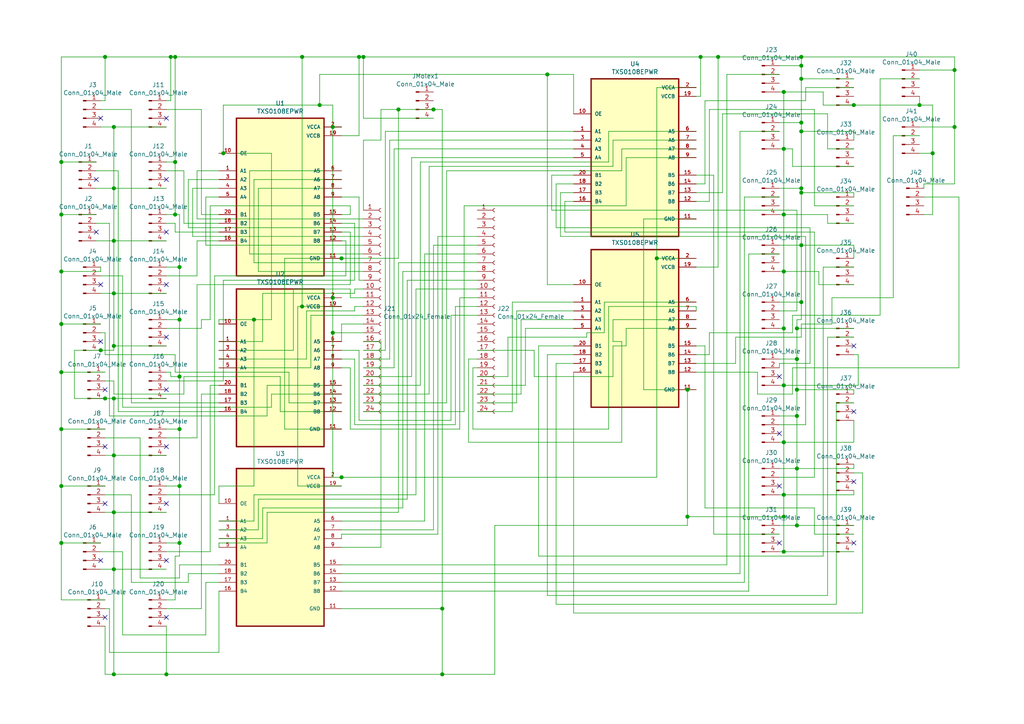
<source format=kicad_sch>
(kicad_sch (version 20210406) (generator eeschema)
  (paper "A4")
  (junction (at 17.78 46.99) (diameter 1.016))
  (junction (at 17.78 62.23) (diameter 1.016))
  (junction (at 17.78 78.74) (diameter 1.016))
  (junction (at 17.78 93.98) (diameter 1.016))
  (junction (at 17.78 107.95) (diameter 1.016))
  (junction (at 17.78 124.46) (diameter 1.016))
  (junction (at 17.78 140.97) (diameter 1.016))
  (junction (at 17.78 157.48) (diameter 1.016))
  (junction (at 29.21 101.6) (diameter 1.016))
  (junction (at 30.48 16.51) (diameter 1.016))
  (junction (at 30.48 115.57) (diameter 1.016))
  (junction (at 33.02 36.83) (diameter 1.016))
  (junction (at 33.02 54.61) (diameter 1.016))
  (junction (at 33.02 69.85) (diameter 1.016))
  (junction (at 33.02 85.09) (diameter 1.016))
  (junction (at 33.02 100.33) (diameter 1.016))
  (junction (at 33.02 115.57) (diameter 1.016))
  (junction (at 33.02 132.08) (diameter 1.016))
  (junction (at 33.02 148.59) (diameter 1.016))
  (junction (at 33.02 165.1) (diameter 1.016))
  (junction (at 33.02 195.58) (diameter 1.016))
  (junction (at 48.26 195.58) (diameter 1.016))
  (junction (at 49.53 16.51) (diameter 1.016))
  (junction (at 50.8 16.51) (diameter 1.016))
  (junction (at 50.8 46.99) (diameter 1.016))
  (junction (at 50.8 62.23) (diameter 1.016))
  (junction (at 52.07 77.47) (diameter 1.016))
  (junction (at 52.07 92.71) (diameter 1.016))
  (junction (at 52.07 109.22) (diameter 1.016))
  (junction (at 52.07 124.46) (diameter 1.016))
  (junction (at 52.07 140.97) (diameter 1.016))
  (junction (at 52.07 157.48) (diameter 1.016))
  (junction (at 64.77 44.45) (diameter 1.016))
  (junction (at 73.66 92.71) (diameter 1.016))
  (junction (at 87.63 16.51) (diameter 1.016))
  (junction (at 87.63 88.9) (diameter 1.016))
  (junction (at 92.71 30.48) (diameter 1.016))
  (junction (at 96.52 36.83) (diameter 1.016))
  (junction (at 96.52 86.36) (diameter 1.016))
  (junction (at 96.52 96.52) (diameter 1.016))
  (junction (at 99.06 74.93) (diameter 1.016))
  (junction (at 99.06 138.43) (diameter 1.016))
  (junction (at 104.14 16.51) (diameter 1.016))
  (junction (at 105.41 16.51) (diameter 1.016))
  (junction (at 115.57 31.75) (diameter 1.016))
  (junction (at 125.73 31.75) (diameter 1.016))
  (junction (at 128.27 176.53) (diameter 1.016))
  (junction (at 128.27 195.58) (diameter 1.016))
  (junction (at 158.75 21.59) (diameter 1.016))
  (junction (at 190.5 74.93) (diameter 1.016))
  (junction (at 199.39 113.03) (diameter 1.016))
  (junction (at 199.39 149.86) (diameter 1.016))
  (junction (at 203.2 16.51) (diameter 1.016))
  (junction (at 208.28 16.51) (diameter 1.016))
  (junction (at 227.33 26.67) (diameter 1.016))
  (junction (at 227.33 43.18) (diameter 1.016))
  (junction (at 227.33 62.23) (diameter 1.016))
  (junction (at 227.33 78.74) (diameter 1.016))
  (junction (at 227.33 95.25) (diameter 1.016))
  (junction (at 227.33 111.76) (diameter 1.016))
  (junction (at 227.33 128.27) (diameter 1.016))
  (junction (at 227.33 143.51) (diameter 1.016))
  (junction (at 227.33 149.86) (diameter 1.016))
  (junction (at 227.33 160.02) (diameter 1.016))
  (junction (at 231.14 95.25) (diameter 1.016))
  (junction (at 231.14 104.14) (diameter 1.016))
  (junction (at 231.14 113.03) (diameter 1.016))
  (junction (at 231.14 120.65) (diameter 1.016))
  (junction (at 231.14 135.89) (diameter 1.016))
  (junction (at 231.14 152.4) (diameter 1.016))
  (junction (at 232.41 16.51) (diameter 1.016))
  (junction (at 232.41 19.05) (diameter 1.016))
  (junction (at 232.41 22.86) (diameter 1.016))
  (junction (at 232.41 35.56) (diameter 1.016))
  (junction (at 232.41 38.1) (diameter 1.016))
  (junction (at 232.41 54.61) (diameter 1.016))
  (junction (at 232.41 55.88) (diameter 1.016))
  (junction (at 232.41 71.12) (diameter 1.016))
  (junction (at 232.41 87.63) (diameter 1.016))
  (junction (at 247.65 30.48) (diameter 1.016))
  (junction (at 266.7 30.48) (diameter 1.016))
  (junction (at 270.51 44.45) (diameter 1.016))
  (junction (at 276.86 20.32) (diameter 1.016))
  (junction (at 276.86 36.83) (diameter 1.016))
  (no_connect (at 27.94 52.07))
  (no_connect (at 27.94 67.31))
  (no_connect (at 29.21 34.29))
  (no_connect (at 29.21 82.55))
  (no_connect (at 29.21 99.06))
  (no_connect (at 29.21 162.56))
  (no_connect (at 30.48 113.03))
  (no_connect (at 30.48 129.54))
  (no_connect (at 30.48 146.05))
  (no_connect (at 30.48 179.07))
  (no_connect (at 48.26 34.29))
  (no_connect (at 48.26 52.07))
  (no_connect (at 48.26 67.31))
  (no_connect (at 48.26 82.55))
  (no_connect (at 48.26 97.79))
  (no_connect (at 48.26 113.03))
  (no_connect (at 48.26 129.54))
  (no_connect (at 48.26 146.05))
  (no_connect (at 48.26 162.56))
  (no_connect (at 48.26 179.07))
  (no_connect (at 226.06 109.22))
  (no_connect (at 226.06 125.73))
  (no_connect (at 226.06 140.97))
  (no_connect (at 226.06 157.48))
  (no_connect (at 247.65 100.33))
  (no_connect (at 247.65 119.38))
  (no_connect (at 247.65 139.7))
  (no_connect (at 247.65 157.48))
  (wire (pts (xy 17.78 16.51) (xy 17.78 46.99)))
  (wire (pts (xy 17.78 46.99) (xy 17.78 62.23)))
  (wire (pts (xy 17.78 46.99) (xy 27.94 46.99)))
  (wire (pts (xy 17.78 62.23) (xy 17.78 78.74)))
  (wire (pts (xy 17.78 62.23) (xy 27.94 62.23)))
  (wire (pts (xy 17.78 78.74) (xy 17.78 93.98)))
  (wire (pts (xy 17.78 78.74) (xy 29.21 78.74)))
  (wire (pts (xy 17.78 93.98) (xy 17.78 107.95)))
  (wire (pts (xy 17.78 93.98) (xy 29.21 93.98)))
  (wire (pts (xy 17.78 107.95) (xy 17.78 124.46)))
  (wire (pts (xy 17.78 107.95) (xy 30.48 107.95)))
  (wire (pts (xy 17.78 124.46) (xy 17.78 140.97)))
  (wire (pts (xy 17.78 124.46) (xy 30.48 124.46)))
  (wire (pts (xy 17.78 140.97) (xy 17.78 157.48)))
  (wire (pts (xy 17.78 140.97) (xy 30.48 140.97)))
  (wire (pts (xy 17.78 157.48) (xy 17.78 173.99)))
  (wire (pts (xy 17.78 157.48) (xy 29.21 157.48)))
  (wire (pts (xy 17.78 173.99) (xy 30.48 173.99)))
  (wire (pts (xy 21.59 101.6) (xy 29.21 101.6)))
  (wire (pts (xy 21.59 115.57) (xy 21.59 101.6)))
  (wire (pts (xy 29.21 78.74) (xy 29.21 77.47)))
  (wire (pts (xy 29.21 101.6) (xy 33.02 101.6)))
  (wire (pts (xy 30.48 16.51) (xy 17.78 16.51)))
  (wire (pts (xy 30.48 16.51) (xy 30.48 29.21)))
  (wire (pts (xy 30.48 29.21) (xy 29.21 29.21)))
  (wire (pts (xy 30.48 96.52) (xy 29.21 96.52)))
  (wire (pts (xy 30.48 102.87) (xy 30.48 96.52)))
  (wire (pts (xy 30.48 115.57) (xy 21.59 115.57)))
  (wire (pts (xy 30.48 195.58) (xy 30.48 181.61)))
  (wire (pts (xy 31.75 64.77) (xy 27.94 64.77)))
  (wire (pts (xy 31.75 120.65) (xy 31.75 64.77)))
  (wire (pts (xy 31.75 176.53) (xy 30.48 176.53)))
  (wire (pts (xy 31.75 189.23) (xy 31.75 176.53)))
  (wire (pts (xy 33.02 36.83) (xy 29.21 36.83)))
  (wire (pts (xy 33.02 36.83) (xy 48.26 36.83)))
  (wire (pts (xy 33.02 54.61) (xy 27.94 54.61)))
  (wire (pts (xy 33.02 54.61) (xy 33.02 36.83)))
  (wire (pts (xy 33.02 69.85) (xy 27.94 69.85)))
  (wire (pts (xy 33.02 69.85) (xy 33.02 54.61)))
  (wire (pts (xy 33.02 85.09) (xy 29.21 85.09)))
  (wire (pts (xy 33.02 85.09) (xy 33.02 69.85)))
  (wire (pts (xy 33.02 100.33) (xy 33.02 85.09)))
  (wire (pts (xy 33.02 101.6) (xy 33.02 100.33)))
  (wire (pts (xy 33.02 110.49) (xy 30.48 110.49)))
  (wire (pts (xy 33.02 114.3) (xy 33.02 110.49)))
  (wire (pts (xy 33.02 115.57) (xy 30.48 115.57)))
  (wire (pts (xy 33.02 132.08) (xy 30.48 132.08)))
  (wire (pts (xy 33.02 132.08) (xy 33.02 115.57)))
  (wire (pts (xy 33.02 148.59) (xy 30.48 148.59)))
  (wire (pts (xy 33.02 148.59) (xy 33.02 132.08)))
  (wire (pts (xy 33.02 165.1) (xy 29.21 165.1)))
  (wire (pts (xy 33.02 165.1) (xy 33.02 148.59)))
  (wire (pts (xy 33.02 195.58) (xy 30.48 195.58)))
  (wire (pts (xy 33.02 195.58) (xy 33.02 165.1)))
  (wire (pts (xy 34.29 49.53) (xy 27.94 49.53)))
  (wire (pts (xy 34.29 119.38) (xy 34.29 49.53)))
  (wire (pts (xy 35.56 80.01) (xy 29.21 80.01)))
  (wire (pts (xy 35.56 118.11) (xy 35.56 80.01)))
  (wire (pts (xy 35.56 160.02) (xy 29.21 160.02)))
  (wire (pts (xy 35.56 184.15) (xy 35.56 160.02)))
  (wire (pts (xy 38.1 31.75) (xy 29.21 31.75)))
  (wire (pts (xy 38.1 116.84) (xy 38.1 31.75)))
  (wire (pts (xy 38.1 143.51) (xy 30.48 143.51)))
  (wire (pts (xy 38.1 168.91) (xy 38.1 143.51)))
  (wire (pts (xy 40.64 127) (xy 30.48 127)))
  (wire (pts (xy 40.64 167.64) (xy 40.64 127)))
  (wire (pts (xy 48.26 54.61) (xy 33.02 54.61)))
  (wire (pts (xy 48.26 69.85) (xy 33.02 69.85)))
  (wire (pts (xy 48.26 85.09) (xy 33.02 85.09)))
  (wire (pts (xy 48.26 100.33) (xy 33.02 100.33)))
  (wire (pts (xy 48.26 115.57) (xy 33.02 115.57)))
  (wire (pts (xy 48.26 132.08) (xy 33.02 132.08)))
  (wire (pts (xy 48.26 148.59) (xy 33.02 148.59)))
  (wire (pts (xy 48.26 165.1) (xy 33.02 165.1)))
  (wire (pts (xy 48.26 195.58) (xy 33.02 195.58)))
  (wire (pts (xy 48.26 195.58) (xy 48.26 181.61)))
  (wire (pts (xy 49.53 16.51) (xy 30.48 16.51)))
  (wire (pts (xy 49.53 16.51) (xy 49.53 29.21)))
  (wire (pts (xy 49.53 16.51) (xy 50.8 16.51)))
  (wire (pts (xy 49.53 29.21) (xy 48.26 29.21)))
  (wire (pts (xy 49.53 107.95) (xy 48.26 107.95)))
  (wire (pts (xy 49.53 109.22) (xy 49.53 107.95)))
  (wire (pts (xy 50.8 16.51) (xy 50.8 46.99)))
  (wire (pts (xy 50.8 16.51) (xy 87.63 16.51)))
  (wire (pts (xy 50.8 46.99) (xy 48.26 46.99)))
  (wire (pts (xy 50.8 46.99) (xy 50.8 62.23)))
  (wire (pts (xy 50.8 62.23) (xy 48.26 62.23)))
  (wire (pts (xy 50.8 62.23) (xy 52.07 62.23)))
  (wire (pts (xy 50.8 64.77) (xy 48.26 64.77)))
  (wire (pts (xy 50.8 67.31) (xy 50.8 64.77)))
  (wire (pts (xy 50.8 102.87) (xy 30.48 102.87)))
  (wire (pts (xy 50.8 107.95) (xy 50.8 102.87)))
  (wire (pts (xy 50.8 161.29) (xy 50.8 173.99)))
  (wire (pts (xy 50.8 173.99) (xy 48.26 173.99)))
  (wire (pts (xy 52.07 62.23) (xy 52.07 77.47)))
  (wire (pts (xy 52.07 77.47) (xy 48.26 77.47)))
  (wire (pts (xy 52.07 77.47) (xy 52.07 92.71)))
  (wire (pts (xy 52.07 92.71) (xy 48.26 92.71)))
  (wire (pts (xy 52.07 92.71) (xy 52.07 109.22)))
  (wire (pts (xy 52.07 109.22) (xy 49.53 109.22)))
  (wire (pts (xy 52.07 109.22) (xy 52.07 124.46)))
  (wire (pts (xy 52.07 124.46) (xy 48.26 124.46)))
  (wire (pts (xy 52.07 124.46) (xy 52.07 140.97)))
  (wire (pts (xy 52.07 140.97) (xy 48.26 140.97)))
  (wire (pts (xy 52.07 140.97) (xy 52.07 157.48)))
  (wire (pts (xy 52.07 157.48) (xy 48.26 157.48)))
  (wire (pts (xy 52.07 157.48) (xy 52.07 161.29)))
  (wire (pts (xy 52.07 161.29) (xy 50.8 161.29)))
  (wire (pts (xy 52.07 163.83) (xy 52.07 167.64)))
  (wire (pts (xy 52.07 167.64) (xy 40.64 167.64)))
  (wire (pts (xy 53.34 49.53) (xy 48.26 49.53)))
  (wire (pts (xy 53.34 64.77) (xy 53.34 49.53)))
  (wire (pts (xy 53.34 109.22) (xy 53.34 114.3)))
  (wire (pts (xy 53.34 114.3) (xy 33.02 114.3)))
  (wire (pts (xy 54.61 52.07) (xy 63.5 52.07)))
  (wire (pts (xy 54.61 66.04) (xy 54.61 52.07)))
  (wire (pts (xy 54.61 166.37) (xy 54.61 168.91)))
  (wire (pts (xy 54.61 168.91) (xy 38.1 168.91)))
  (wire (pts (xy 55.88 54.61) (xy 63.5 54.61)))
  (wire (pts (xy 55.88 68.58) (xy 55.88 54.61)))
  (wire (pts (xy 57.15 49.53) (xy 63.5 49.53)))
  (wire (pts (xy 57.15 63.5) (xy 57.15 49.53)))
  (wire (pts (xy 57.15 69.85) (xy 57.15 80.01)))
  (wire (pts (xy 57.15 80.01) (xy 48.26 80.01)))
  (wire (pts (xy 57.15 82.55) (xy 57.15 127)))
  (wire (pts (xy 57.15 127) (xy 48.26 127)))
  (wire (pts (xy 58.42 31.75) (xy 48.26 31.75)))
  (wire (pts (xy 58.42 62.23) (xy 58.42 31.75)))
  (wire (pts (xy 58.42 92.71) (xy 58.42 95.25)))
  (wire (pts (xy 58.42 95.25) (xy 48.26 95.25)))
  (wire (pts (xy 58.42 114.3) (xy 58.42 176.53)))
  (wire (pts (xy 58.42 176.53) (xy 48.26 176.53)))
  (wire (pts (xy 59.69 57.15) (xy 63.5 57.15)))
  (wire (pts (xy 59.69 71.12) (xy 59.69 57.15)))
  (wire (pts (xy 59.69 168.91) (xy 59.69 184.15)))
  (wire (pts (xy 59.69 184.15) (xy 35.56 184.15)))
  (wire (pts (xy 60.96 59.69) (xy 60.96 92.71)))
  (wire (pts (xy 60.96 92.71) (xy 58.42 92.71)))
  (wire (pts (xy 60.96 111.76) (xy 60.96 160.02)))
  (wire (pts (xy 60.96 160.02) (xy 48.26 160.02)))
  (wire (pts (xy 62.23 80.01) (xy 62.23 143.51)))
  (wire (pts (xy 62.23 80.01) (xy 100.33 80.01)))
  (wire (pts (xy 62.23 143.51) (xy 48.26 143.51)))
  (wire (pts (xy 63.5 62.23) (xy 58.42 62.23)))
  (wire (pts (xy 63.5 64.77) (xy 53.34 64.77)))
  (wire (pts (xy 63.5 67.31) (xy 50.8 67.31)))
  (wire (pts (xy 63.5 69.85) (xy 57.15 69.85)))
  (wire (pts (xy 63.5 92.71) (xy 63.5 93.98)))
  (wire (pts (xy 63.5 111.76) (xy 60.96 111.76)))
  (wire (pts (xy 63.5 114.3) (xy 58.42 114.3)))
  (wire (pts (xy 63.5 116.84) (xy 38.1 116.84)))
  (wire (pts (xy 63.5 119.38) (xy 34.29 119.38)))
  (wire (pts (xy 63.5 140.97) (xy 63.5 146.05)))
  (wire (pts (xy 63.5 157.48) (xy 63.5 158.75)))
  (wire (pts (xy 63.5 163.83) (xy 52.07 163.83)))
  (wire (pts (xy 63.5 166.37) (xy 54.61 166.37)))
  (wire (pts (xy 63.5 168.91) (xy 59.69 168.91)))
  (wire (pts (xy 63.5 171.45) (xy 63.5 189.23)))
  (wire (pts (xy 63.5 189.23) (xy 31.75 189.23)))
  (wire (pts (xy 64.77 30.48) (xy 64.77 44.45)))
  (wire (pts (xy 64.77 30.48) (xy 92.71 30.48)))
  (wire (pts (xy 64.77 44.45) (xy 63.5 44.45)))
  (wire (pts (xy 64.77 44.45) (xy 78.74 44.45)))
  (wire (pts (xy 64.77 81.28) (xy 64.77 110.49)))
  (wire (pts (xy 64.77 110.49) (xy 48.26 110.49)))
  (wire (pts (xy 72.39 49.53) (xy 99.06 49.53)))
  (wire (pts (xy 72.39 73.66) (xy 72.39 49.53)))
  (wire (pts (xy 73.66 52.07) (xy 99.06 52.07)))
  (wire (pts (xy 73.66 76.2) (xy 73.66 52.07)))
  (wire (pts (xy 73.66 92.71) (xy 63.5 92.71)))
  (wire (pts (xy 73.66 92.71) (xy 73.66 140.97)))
  (wire (pts (xy 73.66 140.97) (xy 63.5 140.97)))
  (wire (pts (xy 73.66 143.51) (xy 73.66 151.13)))
  (wire (pts (xy 73.66 151.13) (xy 63.5 151.13)))
  (wire (pts (xy 74.93 54.61) (xy 99.06 54.61)))
  (wire (pts (xy 74.93 78.74) (xy 74.93 54.61)))
  (wire (pts (xy 74.93 144.78) (xy 74.93 153.67)))
  (wire (pts (xy 74.93 153.67) (xy 63.5 153.67)))
  (wire (pts (xy 76.2 85.09) (xy 76.2 99.06)))
  (wire (pts (xy 76.2 99.06) (xy 63.5 99.06)))
  (wire (pts (xy 76.2 147.32) (xy 76.2 156.21)))
  (wire (pts (xy 76.2 156.21) (xy 63.5 156.21)))
  (wire (pts (xy 77.47 111.76) (xy 77.47 120.65)))
  (wire (pts (xy 77.47 120.65) (xy 31.75 120.65)))
  (wire (pts (xy 77.47 148.59) (xy 77.47 157.48)))
  (wire (pts (xy 77.47 157.48) (xy 63.5 157.48)))
  (wire (pts (xy 78.74 44.45) (xy 78.74 92.71)))
  (wire (pts (xy 78.74 92.71) (xy 73.66 92.71)))
  (wire (pts (xy 78.74 114.3) (xy 78.74 118.11)))
  (wire (pts (xy 78.74 118.11) (xy 35.56 118.11)))
  (wire (pts (xy 81.28 109.22) (xy 53.34 109.22)))
  (wire (pts (xy 81.28 119.38) (xy 81.28 109.22)))
  (wire (pts (xy 82.55 74.93) (xy 99.06 74.93)))
  (wire (pts (xy 82.55 124.46) (xy 82.55 74.93)))
  (wire (pts (xy 83.82 107.95) (xy 50.8 107.95)))
  (wire (pts (xy 83.82 116.84) (xy 83.82 107.95)))
  (wire (pts (xy 85.09 83.82) (xy 85.09 101.6)))
  (wire (pts (xy 85.09 101.6) (xy 63.5 101.6)))
  (wire (pts (xy 86.36 88.9) (xy 87.63 88.9)))
  (wire (pts (xy 86.36 140.97) (xy 86.36 88.9)))
  (wire (pts (xy 87.63 16.51) (xy 104.14 16.51)))
  (wire (pts (xy 87.63 88.9) (xy 87.63 16.51)))
  (wire (pts (xy 88.9 90.17) (xy 88.9 104.14)))
  (wire (pts (xy 88.9 104.14) (xy 63.5 104.14)))
  (wire (pts (xy 90.17 91.44) (xy 90.17 106.68)))
  (wire (pts (xy 90.17 106.68) (xy 63.5 106.68)))
  (wire (pts (xy 92.71 21.59) (xy 158.75 21.59)))
  (wire (pts (xy 92.71 30.48) (xy 92.71 21.59)))
  (wire (pts (xy 92.71 30.48) (xy 96.52 30.48)))
  (wire (pts (xy 96.52 36.83) (xy 96.52 30.48)))
  (wire (pts (xy 96.52 36.83) (xy 96.52 86.36)))
  (wire (pts (xy 96.52 36.83) (xy 99.06 36.83)))
  (wire (pts (xy 96.52 86.36) (xy 96.52 96.52)))
  (wire (pts (xy 96.52 86.36) (xy 99.06 86.36)))
  (wire (pts (xy 96.52 96.52) (xy 96.52 138.43)))
  (wire (pts (xy 96.52 138.43) (xy 99.06 138.43)))
  (wire (pts (xy 99.06 39.37) (xy 104.14 39.37)))
  (wire (pts (xy 99.06 62.23) (xy 101.6 62.23)))
  (wire (pts (xy 99.06 64.77) (xy 102.87 64.77)))
  (wire (pts (xy 99.06 67.31) (xy 101.6 67.31)))
  (wire (pts (xy 99.06 69.85) (xy 100.33 69.85)))
  (wire (pts (xy 99.06 74.93) (xy 115.57 74.93)))
  (wire (pts (xy 99.06 88.9) (xy 87.63 88.9)))
  (wire (pts (xy 99.06 93.98) (xy 99.06 99.06)))
  (wire (pts (xy 99.06 101.6) (xy 104.14 101.6)))
  (wire (pts (xy 99.06 104.14) (xy 102.87 104.14)))
  (wire (pts (xy 99.06 106.68) (xy 101.6 106.68)))
  (wire (pts (xy 99.06 111.76) (xy 77.47 111.76)))
  (wire (pts (xy 99.06 114.3) (xy 78.74 114.3)))
  (wire (pts (xy 99.06 116.84) (xy 83.82 116.84)))
  (wire (pts (xy 99.06 119.38) (xy 81.28 119.38)))
  (wire (pts (xy 99.06 124.46) (xy 82.55 124.46)))
  (wire (pts (xy 99.06 138.43) (xy 190.5 138.43)))
  (wire (pts (xy 99.06 140.97) (xy 86.36 140.97)))
  (wire (pts (xy 99.06 151.13) (xy 123.19 151.13)))
  (wire (pts (xy 99.06 153.67) (xy 125.73 153.67)))
  (wire (pts (xy 99.06 154.94) (xy 99.06 156.21)))
  (wire (pts (xy 99.06 154.94) (xy 127 154.94)))
  (wire (pts (xy 99.06 163.83) (xy 210.82 163.83)))
  (wire (pts (xy 99.06 166.37) (xy 214.63 166.37)))
  (wire (pts (xy 99.06 168.91) (xy 215.9 168.91)))
  (wire (pts (xy 99.06 171.45) (xy 217.17 171.45)))
  (wire (pts (xy 100.33 69.85) (xy 100.33 80.01)))
  (wire (pts (xy 101.6 59.69) (xy 60.96 59.69)))
  (wire (pts (xy 101.6 62.23) (xy 101.6 59.69)))
  (wire (pts (xy 101.6 67.31) (xy 101.6 82.55)))
  (wire (pts (xy 101.6 82.55) (xy 57.15 82.55)))
  (wire (pts (xy 101.6 83.82) (xy 85.09 83.82)))
  (wire (pts (xy 101.6 86.36) (xy 101.6 83.82)))
  (wire (pts (xy 101.6 106.68) (xy 101.6 124.46)))
  (wire (pts (xy 101.6 124.46) (xy 133.35 124.46)))
  (wire (pts (xy 102.87 64.77) (xy 102.87 81.28)))
  (wire (pts (xy 102.87 81.28) (xy 64.77 81.28)))
  (wire (pts (xy 102.87 83.82) (xy 102.87 85.09)))
  (wire (pts (xy 102.87 85.09) (xy 76.2 85.09)))
  (wire (pts (xy 102.87 88.9) (xy 102.87 90.17)))
  (wire (pts (xy 102.87 90.17) (xy 88.9 90.17)))
  (wire (pts (xy 102.87 104.14) (xy 102.87 123.19)))
  (wire (pts (xy 102.87 123.19) (xy 132.08 123.19)))
  (wire (pts (xy 104.14 16.51) (xy 105.41 16.51)))
  (wire (pts (xy 104.14 39.37) (xy 104.14 16.51)))
  (wire (pts (xy 104.14 57.15) (xy 99.06 57.15)))
  (wire (pts (xy 104.14 81.28) (xy 104.14 57.15)))
  (wire (pts (xy 104.14 101.6) (xy 104.14 121.92)))
  (wire (pts (xy 104.14 121.92) (xy 130.81 121.92)))
  (wire (pts (xy 105.41 16.51) (xy 203.2 16.51)))
  (wire (pts (xy 105.41 34.29) (xy 105.41 16.51)))
  (wire (pts (xy 105.41 40.64) (xy 110.49 40.64)))
  (wire (pts (xy 105.41 60.96) (xy 105.41 40.64)))
  (wire (pts (xy 105.41 63.5) (xy 57.15 63.5)))
  (wire (pts (xy 105.41 66.04) (xy 54.61 66.04)))
  (wire (pts (xy 105.41 68.58) (xy 55.88 68.58)))
  (wire (pts (xy 105.41 71.12) (xy 59.69 71.12)))
  (wire (pts (xy 105.41 73.66) (xy 72.39 73.66)))
  (wire (pts (xy 105.41 76.2) (xy 73.66 76.2)))
  (wire (pts (xy 105.41 78.74) (xy 74.93 78.74)))
  (wire (pts (xy 105.41 81.28) (xy 104.14 81.28)))
  (wire (pts (xy 105.41 83.82) (xy 102.87 83.82)))
  (wire (pts (xy 105.41 86.36) (xy 101.6 86.36)))
  (wire (pts (xy 105.41 88.9) (xy 102.87 88.9)))
  (wire (pts (xy 105.41 91.44) (xy 90.17 91.44)))
  (wire (pts (xy 105.41 93.98) (xy 99.06 93.98)))
  (wire (pts (xy 105.41 96.52) (xy 96.52 96.52)))
  (wire (pts (xy 105.41 101.6) (xy 111.76 101.6)))
  (wire (pts (xy 105.41 106.68) (xy 114.3 106.68)))
  (wire (pts (xy 105.41 111.76) (xy 121.92 111.76)))
  (wire (pts (xy 110.49 31.75) (xy 115.57 31.75)))
  (wire (pts (xy 110.49 40.64) (xy 110.49 31.75)))
  (wire (pts (xy 110.49 99.06) (xy 105.41 99.06)))
  (wire (pts (xy 110.49 158.75) (xy 99.06 158.75)))
  (wire (pts (xy 110.49 158.75) (xy 110.49 99.06)))
  (wire (pts (xy 111.76 38.1) (xy 166.37 38.1)))
  (wire (pts (xy 111.76 101.6) (xy 111.76 38.1)))
  (wire (pts (xy 113.03 40.64) (xy 113.03 104.14)))
  (wire (pts (xy 113.03 40.64) (xy 166.37 40.64)))
  (wire (pts (xy 113.03 104.14) (xy 105.41 104.14)))
  (wire (pts (xy 114.3 43.18) (xy 166.37 43.18)))
  (wire (pts (xy 114.3 106.68) (xy 114.3 43.18)))
  (wire (pts (xy 115.57 31.75) (xy 125.73 31.75)))
  (wire (pts (xy 115.57 74.93) (xy 115.57 31.75)))
  (wire (pts (xy 115.57 76.2) (xy 138.43 76.2)))
  (wire (pts (xy 115.57 148.59) (xy 77.47 148.59)))
  (wire (pts (xy 115.57 148.59) (xy 115.57 76.2)))
  (wire (pts (xy 116.84 78.74) (xy 138.43 78.74)))
  (wire (pts (xy 116.84 147.32) (xy 76.2 147.32)))
  (wire (pts (xy 116.84 147.32) (xy 116.84 78.74)))
  (wire (pts (xy 118.11 81.28) (xy 118.11 144.78)))
  (wire (pts (xy 118.11 81.28) (xy 138.43 81.28)))
  (wire (pts (xy 118.11 144.78) (xy 74.93 144.78)))
  (wire (pts (xy 119.38 45.72) (xy 119.38 109.22)))
  (wire (pts (xy 119.38 45.72) (xy 166.37 45.72)))
  (wire (pts (xy 119.38 109.22) (xy 105.41 109.22)))
  (wire (pts (xy 120.65 83.82) (xy 120.65 143.51)))
  (wire (pts (xy 120.65 83.82) (xy 138.43 83.82)))
  (wire (pts (xy 120.65 143.51) (xy 73.66 143.51)))
  (wire (pts (xy 121.92 46.99) (xy 176.53 46.99)))
  (wire (pts (xy 121.92 111.76) (xy 121.92 46.99)))
  (wire (pts (xy 123.19 73.66) (xy 138.43 73.66)))
  (wire (pts (xy 123.19 151.13) (xy 123.19 73.66)))
  (wire (pts (xy 124.46 48.26) (xy 124.46 114.3)))
  (wire (pts (xy 124.46 48.26) (xy 177.8 48.26)))
  (wire (pts (xy 124.46 114.3) (xy 105.41 114.3)))
  (wire (pts (xy 125.73 31.75) (xy 128.27 31.75)))
  (wire (pts (xy 125.73 34.29) (xy 105.41 34.29)))
  (wire (pts (xy 125.73 71.12) (xy 138.43 71.12)))
  (wire (pts (xy 125.73 153.67) (xy 125.73 71.12)))
  (wire (pts (xy 127 68.58) (xy 138.43 68.58)))
  (wire (pts (xy 127 154.94) (xy 127 68.58)))
  (wire (pts (xy 128.27 31.75) (xy 128.27 176.53)))
  (wire (pts (xy 128.27 176.53) (xy 99.06 176.53)))
  (wire (pts (xy 128.27 176.53) (xy 128.27 195.58)))
  (wire (pts (xy 128.27 195.58) (xy 48.26 195.58)))
  (wire (pts (xy 128.27 195.58) (xy 143.51 195.58)))
  (wire (pts (xy 129.54 49.53) (xy 129.54 116.84)))
  (wire (pts (xy 129.54 49.53) (xy 180.34 49.53)))
  (wire (pts (xy 129.54 116.84) (xy 105.41 116.84)))
  (wire (pts (xy 130.81 91.44) (xy 138.43 91.44)))
  (wire (pts (xy 130.81 121.92) (xy 130.81 91.44)))
  (wire (pts (xy 132.08 88.9) (xy 138.43 88.9)))
  (wire (pts (xy 132.08 123.19) (xy 132.08 88.9)))
  (wire (pts (xy 133.35 86.36) (xy 133.35 124.46)))
  (wire (pts (xy 133.35 86.36) (xy 138.43 86.36)))
  (wire (pts (xy 134.62 59.69) (xy 134.62 119.38)))
  (wire (pts (xy 134.62 59.69) (xy 181.61 59.69)))
  (wire (pts (xy 134.62 119.38) (xy 105.41 119.38)))
  (wire (pts (xy 135.89 104.14) (xy 138.43 104.14)))
  (wire (pts (xy 135.89 128.27) (xy 135.89 104.14)))
  (wire (pts (xy 137.16 106.68) (xy 138.43 106.68)))
  (wire (pts (xy 137.16 124.46) (xy 137.16 106.68)))
  (wire (pts (xy 138.43 109.22) (xy 147.32 109.22)))
  (wire (pts (xy 138.43 119.38) (xy 148.59 119.38)))
  (wire (pts (xy 143.51 152.4) (xy 199.39 152.4)))
  (wire (pts (xy 143.51 195.58) (xy 143.51 152.4)))
  (wire (pts (xy 147.32 97.79) (xy 170.18 97.79)))
  (wire (pts (xy 147.32 109.22) (xy 147.32 97.79)))
  (wire (pts (xy 148.59 87.63) (xy 148.59 119.38)))
  (wire (pts (xy 149.86 90.17) (xy 149.86 116.84)))
  (wire (pts (xy 149.86 116.84) (xy 138.43 116.84)))
  (wire (pts (xy 151.13 92.71) (xy 151.13 114.3)))
  (wire (pts (xy 151.13 114.3) (xy 138.43 114.3)))
  (wire (pts (xy 152.4 95.25) (xy 152.4 111.76)))
  (wire (pts (xy 152.4 111.76) (xy 138.43 111.76)))
  (wire (pts (xy 154.94 101.6) (xy 138.43 101.6)))
  (wire (pts (xy 154.94 101.6) (xy 154.94 109.22)))
  (wire (pts (xy 154.94 109.22) (xy 177.8 109.22)))
  (wire (pts (xy 156.21 100.33) (xy 156.21 161.29)))
  (wire (pts (xy 156.21 161.29) (xy 238.76 161.29)))
  (wire (pts (xy 158.75 21.59) (xy 158.75 82.55)))
  (wire (pts (xy 158.75 21.59) (xy 166.37 21.59)))
  (wire (pts (xy 158.75 82.55) (xy 166.37 82.55)))
  (wire (pts (xy 158.75 102.87) (xy 158.75 172.72)))
  (wire (pts (xy 158.75 172.72) (xy 240.03 172.72)))
  (wire (pts (xy 160.02 50.8) (xy 160.02 60.96)))
  (wire (pts (xy 160.02 60.96) (xy 231.14 60.96)))
  (wire (pts (xy 161.29 53.34) (xy 161.29 66.04)))
  (wire (pts (xy 161.29 66.04) (xy 234.95 66.04)))
  (wire (pts (xy 161.29 105.41) (xy 161.29 175.26)))
  (wire (pts (xy 161.29 175.26) (xy 242.57 175.26)))
  (wire (pts (xy 162.56 55.88) (xy 162.56 68.58)))
  (wire (pts (xy 162.56 68.58) (xy 233.68 68.58)))
  (wire (pts (xy 163.83 58.42) (xy 163.83 67.31)))
  (wire (pts (xy 163.83 67.31) (xy 236.22 67.31)))
  (wire (pts (xy 166.37 21.59) (xy 166.37 33.02)))
  (wire (pts (xy 166.37 50.8) (xy 160.02 50.8)))
  (wire (pts (xy 166.37 53.34) (xy 161.29 53.34)))
  (wire (pts (xy 166.37 55.88) (xy 162.56 55.88)))
  (wire (pts (xy 166.37 58.42) (xy 163.83 58.42)))
  (wire (pts (xy 166.37 87.63) (xy 148.59 87.63)))
  (wire (pts (xy 166.37 90.17) (xy 149.86 90.17)))
  (wire (pts (xy 166.37 92.71) (xy 151.13 92.71)))
  (wire (pts (xy 166.37 95.25) (xy 152.4 95.25)))
  (wire (pts (xy 166.37 100.33) (xy 156.21 100.33)))
  (wire (pts (xy 166.37 102.87) (xy 158.75 102.87)))
  (wire (pts (xy 166.37 105.41) (xy 161.29 105.41)))
  (wire (pts (xy 166.37 107.95) (xy 166.37 177.8)))
  (wire (pts (xy 166.37 177.8) (xy 250.19 177.8)))
  (wire (pts (xy 170.18 96.52) (xy 175.26 96.52)))
  (wire (pts (xy 170.18 97.79) (xy 170.18 96.52)))
  (wire (pts (xy 175.26 87.63) (xy 201.93 87.63)))
  (wire (pts (xy 175.26 96.52) (xy 175.26 87.63)))
  (wire (pts (xy 176.53 38.1) (xy 201.93 38.1)))
  (wire (pts (xy 176.53 46.99) (xy 176.53 38.1)))
  (wire (pts (xy 176.53 88.9) (xy 176.53 124.46)))
  (wire (pts (xy 176.53 88.9) (xy 201.93 88.9)))
  (wire (pts (xy 176.53 124.46) (xy 137.16 124.46)))
  (wire (pts (xy 177.8 40.64) (xy 201.93 40.64)))
  (wire (pts (xy 177.8 48.26) (xy 177.8 40.64)))
  (wire (pts (xy 177.8 92.71) (xy 201.93 92.71)))
  (wire (pts (xy 177.8 99.06) (xy 177.8 92.71)))
  (wire (pts (xy 177.8 99.06) (xy 180.34 99.06)))
  (wire (pts (xy 177.8 100.33) (xy 181.61 100.33)))
  (wire (pts (xy 177.8 109.22) (xy 177.8 100.33)))
  (wire (pts (xy 180.34 43.18) (xy 201.93 43.18)))
  (wire (pts (xy 180.34 49.53) (xy 180.34 43.18)))
  (wire (pts (xy 180.34 99.06) (xy 180.34 128.27)))
  (wire (pts (xy 180.34 128.27) (xy 135.89 128.27)))
  (wire (pts (xy 181.61 45.72) (xy 201.93 45.72)))
  (wire (pts (xy 181.61 59.69) (xy 181.61 45.72)))
  (wire (pts (xy 181.61 95.25) (xy 201.93 95.25)))
  (wire (pts (xy 181.61 100.33) (xy 181.61 95.25)))
  (wire (pts (xy 186.69 63.5) (xy 201.93 63.5)))
  (wire (pts (xy 186.69 113.03) (xy 186.69 63.5)))
  (wire (pts (xy 186.69 113.03) (xy 199.39 113.03)))
  (wire (pts (xy 190.5 25.4) (xy 201.93 25.4)))
  (wire (pts (xy 190.5 74.93) (xy 190.5 25.4)))
  (wire (pts (xy 190.5 74.93) (xy 201.93 74.93)))
  (wire (pts (xy 190.5 138.43) (xy 190.5 74.93)))
  (wire (pts (xy 199.39 113.03) (xy 199.39 149.86)))
  (wire (pts (xy 199.39 113.03) (xy 201.93 113.03)))
  (wire (pts (xy 199.39 149.86) (xy 199.39 152.4)))
  (wire (pts (xy 199.39 149.86) (xy 227.33 149.86)))
  (wire (pts (xy 201.93 50.8) (xy 207.01 50.8)))
  (wire (pts (xy 201.93 53.34) (xy 204.47 53.34)))
  (wire (pts (xy 201.93 55.88) (xy 209.55 55.88)))
  (wire (pts (xy 201.93 58.42) (xy 205.74 58.42)))
  (wire (pts (xy 201.93 77.47) (xy 208.28 77.47)))
  (wire (pts (xy 201.93 88.9) (xy 201.93 90.17)))
  (wire (pts (xy 201.93 100.33) (xy 204.47 100.33)))
  (wire (pts (xy 201.93 102.87) (xy 205.74 102.87)))
  (wire (pts (xy 201.93 105.41) (xy 213.36 105.41)))
  (wire (pts (xy 201.93 107.95) (xy 219.71 107.95)))
  (wire (pts (xy 203.2 16.51) (xy 203.2 27.94)))
  (wire (pts (xy 203.2 16.51) (xy 208.28 16.51)))
  (wire (pts (xy 203.2 27.94) (xy 201.93 27.94)))
  (wire (pts (xy 204.47 29.21) (xy 233.68 29.21)))
  (wire (pts (xy 204.47 53.34) (xy 204.47 29.21)))
  (wire (pts (xy 204.47 100.33) (xy 204.47 147.32)))
  (wire (pts (xy 204.47 147.32) (xy 236.22 147.32)))
  (wire (pts (xy 205.74 31.75) (xy 205.74 58.42)))
  (wire (pts (xy 205.74 31.75) (xy 236.22 31.75)))
  (wire (pts (xy 205.74 96.52) (xy 229.87 96.52)))
  (wire (pts (xy 205.74 102.87) (xy 205.74 96.52)))
  (wire (pts (xy 207.01 50.8) (xy 207.01 154.94)))
  (wire (pts (xy 207.01 154.94) (xy 226.06 154.94)))
  (wire (pts (xy 208.28 16.51) (xy 232.41 16.51)))
  (wire (pts (xy 208.28 77.47) (xy 208.28 16.51)))
  (wire (pts (xy 209.55 33.02) (xy 240.03 33.02)))
  (wire (pts (xy 209.55 55.88) (xy 209.55 33.02)))
  (wire (pts (xy 210.82 21.59) (xy 226.06 21.59)))
  (wire (pts (xy 210.82 163.83) (xy 210.82 21.59)))
  (wire (pts (xy 213.36 97.79) (xy 232.41 97.79)))
  (wire (pts (xy 213.36 105.41) (xy 213.36 97.79)))
  (wire (pts (xy 214.63 38.1) (xy 226.06 38.1)))
  (wire (pts (xy 214.63 166.37) (xy 214.63 38.1)))
  (wire (pts (xy 215.9 57.15) (xy 226.06 57.15)))
  (wire (pts (xy 215.9 168.91) (xy 215.9 57.15)))
  (wire (pts (xy 217.17 73.66) (xy 226.06 73.66)))
  (wire (pts (xy 217.17 171.45) (xy 217.17 73.66)))
  (wire (pts (xy 219.71 107.95) (xy 219.71 114.3)))
  (wire (pts (xy 219.71 114.3) (xy 229.87 114.3)))
  (wire (pts (xy 226.06 19.05) (xy 232.41 19.05)))
  (wire (pts (xy 226.06 105.41) (xy 226.06 106.68)))
  (wire (pts (xy 227.33 26.67) (xy 226.06 26.67)))
  (wire (pts (xy 227.33 26.67) (xy 238.76 26.67)))
  (wire (pts (xy 227.33 43.18) (xy 226.06 43.18)))
  (wire (pts (xy 227.33 43.18) (xy 227.33 26.67)))
  (wire (pts (xy 227.33 43.18) (xy 229.87 43.18)))
  (wire (pts (xy 227.33 62.23) (xy 226.06 62.23)))
  (wire (pts (xy 227.33 62.23) (xy 227.33 43.18)))
  (wire (pts (xy 227.33 62.23) (xy 240.03 62.23)))
  (wire (pts (xy 227.33 78.74) (xy 226.06 78.74)))
  (wire (pts (xy 227.33 78.74) (xy 227.33 62.23)))
  (wire (pts (xy 227.33 78.74) (xy 237.49 78.74)))
  (wire (pts (xy 227.33 95.25) (xy 226.06 95.25)))
  (wire (pts (xy 227.33 95.25) (xy 227.33 78.74)))
  (wire (pts (xy 227.33 111.76) (xy 226.06 111.76)))
  (wire (pts (xy 227.33 111.76) (xy 227.33 95.25)))
  (wire (pts (xy 227.33 111.76) (xy 248.92 111.76)))
  (wire (pts (xy 227.33 128.27) (xy 226.06 128.27)))
  (wire (pts (xy 227.33 128.27) (xy 227.33 111.76)))
  (wire (pts (xy 227.33 128.27) (xy 247.65 128.27)))
  (wire (pts (xy 227.33 143.51) (xy 226.06 143.51)))
  (wire (pts (xy 227.33 143.51) (xy 227.33 128.27)))
  (wire (pts (xy 227.33 143.51) (xy 247.65 143.51)))
  (wire (pts (xy 227.33 149.86) (xy 227.33 143.51)))
  (wire (pts (xy 227.33 149.86) (xy 227.33 160.02)))
  (wire (pts (xy 227.33 160.02) (xy 226.06 160.02)))
  (wire (pts (xy 227.33 160.02) (xy 247.65 160.02)))
  (wire (pts (xy 229.87 43.18) (xy 229.87 48.26)))
  (wire (pts (xy 229.87 48.26) (xy 247.65 48.26)))
  (wire (pts (xy 229.87 91.44) (xy 255.27 91.44)))
  (wire (pts (xy 229.87 96.52) (xy 229.87 91.44)))
  (wire (pts (xy 229.87 106.68) (xy 278.13 106.68)))
  (wire (pts (xy 229.87 114.3) (xy 229.87 106.68)))
  (wire (pts (xy 231.14 60.96) (xy 231.14 90.17)))
  (wire (pts (xy 231.14 90.17) (xy 226.06 90.17)))
  (wire (pts (xy 231.14 92.71) (xy 231.14 95.25)))
  (wire (pts (xy 231.14 95.25) (xy 231.14 104.14)))
  (wire (pts (xy 231.14 95.25) (xy 247.65 95.25)))
  (wire (pts (xy 231.14 104.14) (xy 226.06 104.14)))
  (wire (pts (xy 231.14 104.14) (xy 231.14 113.03)))
  (wire (pts (xy 231.14 113.03) (xy 231.14 120.65)))
  (wire (pts (xy 231.14 113.03) (xy 247.65 113.03)))
  (wire (pts (xy 231.14 120.65) (xy 226.06 120.65)))
  (wire (pts (xy 231.14 120.65) (xy 231.14 135.89)))
  (wire (pts (xy 231.14 135.89) (xy 226.06 135.89)))
  (wire (pts (xy 231.14 135.89) (xy 231.14 152.4)))
  (wire (pts (xy 231.14 135.89) (xy 247.65 135.89)))
  (wire (pts (xy 231.14 152.4) (xy 226.06 152.4)))
  (wire (pts (xy 231.14 152.4) (xy 247.65 152.4)))
  (wire (pts (xy 232.41 16.51) (xy 276.86 16.51)))
  (wire (pts (xy 232.41 19.05) (xy 232.41 16.51)))
  (wire (pts (xy 232.41 19.05) (xy 232.41 22.86)))
  (wire (pts (xy 232.41 22.86) (xy 232.41 35.56)))
  (wire (pts (xy 232.41 22.86) (xy 247.65 22.86)))
  (wire (pts (xy 232.41 35.56) (xy 226.06 35.56)))
  (wire (pts (xy 232.41 35.56) (xy 232.41 38.1)))
  (wire (pts (xy 232.41 38.1) (xy 232.41 54.61)))
  (wire (pts (xy 232.41 38.1) (xy 247.65 38.1)))
  (wire (pts (xy 232.41 54.61) (xy 226.06 54.61)))
  (wire (pts (xy 232.41 54.61) (xy 232.41 55.88)))
  (wire (pts (xy 232.41 55.88) (xy 232.41 71.12)))
  (wire (pts (xy 232.41 55.88) (xy 247.65 55.88)))
  (wire (pts (xy 232.41 71.12) (xy 226.06 71.12)))
  (wire (pts (xy 232.41 71.12) (xy 232.41 87.63)))
  (wire (pts (xy 232.41 71.12) (xy 247.65 71.12)))
  (wire (pts (xy 232.41 87.63) (xy 226.06 87.63)))
  (wire (pts (xy 232.41 87.63) (xy 232.41 92.71)))
  (wire (pts (xy 232.41 92.71) (xy 231.14 92.71)))
  (wire (pts (xy 232.41 93.98) (xy 241.3 93.98)))
  (wire (pts (xy 232.41 97.79) (xy 232.41 93.98)))
  (wire (pts (xy 233.68 25.4) (xy 247.65 25.4)))
  (wire (pts (xy 233.68 29.21) (xy 233.68 25.4)))
  (wire (pts (xy 233.68 68.58) (xy 233.68 123.19)))
  (wire (pts (xy 233.68 123.19) (xy 226.06 123.19)))
  (wire (pts (xy 234.95 66.04) (xy 234.95 105.41)))
  (wire (pts (xy 234.95 105.41) (xy 226.06 105.41)))
  (wire (pts (xy 236.22 31.75) (xy 236.22 59.69)))
  (wire (pts (xy 236.22 59.69) (xy 247.65 59.69)))
  (wire (pts (xy 236.22 67.31) (xy 236.22 138.43)))
  (wire (pts (xy 236.22 138.43) (xy 226.06 138.43)))
  (wire (pts (xy 236.22 147.32) (xy 236.22 154.94)))
  (wire (pts (xy 236.22 154.94) (xy 247.65 154.94)))
  (wire (pts (xy 237.49 78.74) (xy 237.49 82.55)))
  (wire (pts (xy 237.49 82.55) (xy 247.65 82.55)))
  (wire (pts (xy 238.76 26.67) (xy 238.76 30.48)))
  (wire (pts (xy 238.76 30.48) (xy 247.65 30.48)))
  (wire (pts (xy 238.76 77.47) (xy 247.65 77.47)))
  (wire (pts (xy 238.76 161.29) (xy 238.76 77.47)))
  (wire (pts (xy 240.03 33.02) (xy 240.03 43.18)))
  (wire (pts (xy 240.03 43.18) (xy 247.65 43.18)))
  (wire (pts (xy 240.03 62.23) (xy 240.03 64.77)))
  (wire (pts (xy 240.03 64.77) (xy 247.65 64.77)))
  (wire (pts (xy 240.03 97.79) (xy 247.65 97.79)))
  (wire (pts (xy 240.03 172.72) (xy 240.03 97.79)))
  (wire (pts (xy 241.3 86.36) (xy 259.08 86.36)))
  (wire (pts (xy 241.3 93.98) (xy 241.3 86.36)))
  (wire (pts (xy 242.57 116.84) (xy 247.65 116.84)))
  (wire (pts (xy 242.57 175.26) (xy 242.57 116.84)))
  (wire (pts (xy 247.65 30.48) (xy 266.7 30.48)))
  (wire (pts (xy 247.65 38.1) (xy 247.65 40.64)))
  (wire (pts (xy 247.65 55.88) (xy 247.65 57.15)))
  (wire (pts (xy 247.65 71.12) (xy 247.65 74.93)))
  (wire (pts (xy 247.65 113.03) (xy 247.65 114.3)))
  (wire (pts (xy 247.65 128.27) (xy 247.65 121.92)))
  (wire (pts (xy 247.65 135.89) (xy 247.65 134.62)))
  (wire (pts (xy 247.65 143.51) (xy 247.65 142.24)))
  (wire (pts (xy 248.92 102.87) (xy 247.65 102.87)))
  (wire (pts (xy 248.92 111.76) (xy 248.92 102.87)))
  (wire (pts (xy 250.19 137.16) (xy 247.65 137.16)))
  (wire (pts (xy 250.19 177.8) (xy 250.19 137.16)))
  (wire (pts (xy 255.27 22.86) (xy 266.7 22.86)))
  (wire (pts (xy 255.27 91.44) (xy 255.27 22.86)))
  (wire (pts (xy 259.08 39.37) (xy 266.7 39.37)))
  (wire (pts (xy 259.08 86.36) (xy 259.08 39.37)))
  (wire (pts (xy 266.7 30.48) (xy 266.7 27.94)))
  (wire (pts (xy 266.7 30.48) (xy 270.51 30.48)))
  (wire (pts (xy 267.97 53.34) (xy 267.97 54.61)))
  (wire (pts (xy 270.51 30.48) (xy 270.51 44.45)))
  (wire (pts (xy 270.51 44.45) (xy 266.7 44.45)))
  (wire (pts (xy 270.51 44.45) (xy 270.51 62.23)))
  (wire (pts (xy 270.51 62.23) (xy 267.97 62.23)))
  (wire (pts (xy 276.86 16.51) (xy 276.86 20.32)))
  (wire (pts (xy 276.86 20.32) (xy 266.7 20.32)))
  (wire (pts (xy 276.86 20.32) (xy 276.86 36.83)))
  (wire (pts (xy 276.86 36.83) (xy 266.7 36.83)))
  (wire (pts (xy 276.86 36.83) (xy 276.86 53.34)))
  (wire (pts (xy 276.86 53.34) (xy 267.97 53.34)))
  (wire (pts (xy 278.13 57.15) (xy 267.97 57.15)))
  (wire (pts (xy 278.13 106.68) (xy 278.13 57.15)))
  (symbol (lib_id "Connector:Conn_01x04_Male") (at 22.86 49.53 0) (unit 1)
    (property "Reference" "J1" (at 25.6032 42.3926 0))
    (property "Value" "Conn_01x04_Male" (at 25.6032 44.704 0))
    (property "Footprint" "Connector:FanPinHeader_1x04_P2.54mm_Vertical" (effects hide))
  )
  (symbol (lib_id "Connector:Conn_01x04_Male") (at 22.86 64.77 0) (unit 1)
    (property "Reference" "J2" (at 25.6032 57.6326 0))
    (property "Value" "Conn_01x04_Male" (at 25.6032 59.944 0))
    (property "Footprint" "Connector:FanPinHeader_1x04_P2.54mm_Vertical" (effects hide))
  )
  (symbol (lib_id "Connector:Conn_01x04_Male") (at 24.13 31.75 0) (unit 1)
    (property "Reference" "J3" (at 26.8732 24.6126 0))
    (property "Value" "Conn_01x04_Male" (at 26.8732 26.924 0))
    (property "Footprint" "Connector:FanPinHeader_1x04_P2.54mm_Vertical" (effects hide))
  )
  (symbol (lib_id "Connector:Conn_01x04_Male") (at 24.13 80.01 0) (unit 1)
    (property "Reference" "J4" (at 26.8732 72.8726 0))
    (property "Value" "Conn_01x04_Male" (at 26.8732 75.184 0))
    (property "Footprint" "Connector:FanPinHeader_1x04_P2.54mm_Vertical" (effects hide))
  )
  (symbol (lib_id "Connector:Conn_01x04_Male") (at 24.13 96.52 0) (unit 1)
    (property "Reference" "J5" (at 26.8732 89.3826 0))
    (property "Value" "Conn_01x04_Male" (at 26.8732 91.694 0))
    (property "Footprint" "Connector:FanPinHeader_1x04_P2.54mm_Vertical" (effects hide))
  )
  (symbol (lib_id "Connector:Conn_01x04_Male") (at 24.13 160.02 0) (unit 1)
    (property "Reference" "J6" (at 26.8732 152.8826 0))
    (property "Value" "Conn_01x04_Male" (at 26.8732 155.194 0))
    (property "Footprint" "Connector:FanPinHeader_1x04_P2.54mm_Vertical" (effects hide))
  )
  (symbol (lib_id "Connector:Conn_01x04_Male") (at 25.4 110.49 0) (unit 1)
    (property "Reference" "J7" (at 28.1432 103.3526 0))
    (property "Value" "Conn_01x04_Male" (at 28.1432 105.664 0))
    (property "Footprint" "Connector:FanPinHeader_1x04_P2.54mm_Vertical" (effects hide))
  )
  (symbol (lib_id "Connector:Conn_01x04_Male") (at 25.4 127 0) (unit 1)
    (property "Reference" "J8" (at 28.1432 119.8626 0))
    (property "Value" "Conn_01x04_Male" (at 28.1432 122.174 0))
    (property "Footprint" "Connector:FanPinHeader_1x04_P2.54mm_Vertical" (effects hide))
  )
  (symbol (lib_id "Connector:Conn_01x04_Male") (at 25.4 143.51 0) (unit 1)
    (property "Reference" "J9" (at 28.1432 136.3726 0))
    (property "Value" "Conn_01x04_Male" (at 28.1432 138.684 0))
    (property "Footprint" "Connector:FanPinHeader_1x04_P2.54mm_Vertical" (effects hide))
  )
  (symbol (lib_id "Connector:Conn_01x04_Male") (at 25.4 176.53 0) (unit 1)
    (property "Reference" "J10" (at 28.1432 169.3926 0))
    (property "Value" "Conn_01x04_Male" (at 28.1432 171.704 0))
    (property "Footprint" "Connector:FanPinHeader_1x04_P2.54mm_Vertical" (effects hide))
  )
  (symbol (lib_id "Connector:Conn_01x04_Male") (at 43.18 31.75 0) (unit 1)
    (property "Reference" "J11" (at 45.9232 24.6126 0))
    (property "Value" "Conn_01x04_Male" (at 45.9232 26.924 0))
    (property "Footprint" "Connector:FanPinHeader_1x04_P2.54mm_Vertical" (effects hide))
  )
  (symbol (lib_id "Connector:Conn_01x04_Male") (at 43.18 49.53 0) (unit 1)
    (property "Reference" "J12" (at 45.9232 42.3926 0))
    (property "Value" "Conn_01x04_Male" (at 45.9232 44.704 0))
    (property "Footprint" "Connector:FanPinHeader_1x04_P2.54mm_Vertical" (effects hide))
  )
  (symbol (lib_id "Connector:Conn_01x04_Male") (at 43.18 64.77 0) (unit 1)
    (property "Reference" "J13" (at 45.9232 57.6326 0))
    (property "Value" "Conn_01x04_Male" (at 45.9232 59.944 0))
    (property "Footprint" "Connector:FanPinHeader_1x04_P2.54mm_Vertical" (effects hide))
  )
  (symbol (lib_id "Connector:Conn_01x04_Male") (at 43.18 80.01 0) (unit 1)
    (property "Reference" "J14" (at 45.9232 72.8726 0))
    (property "Value" "Conn_01x04_Male" (at 45.9232 75.184 0))
    (property "Footprint" "Connector:FanPinHeader_1x04_P2.54mm_Vertical" (effects hide))
  )
  (symbol (lib_id "Connector:Conn_01x04_Male") (at 43.18 95.25 0) (unit 1)
    (property "Reference" "J15" (at 45.9232 88.1126 0))
    (property "Value" "Conn_01x04_Male" (at 45.9232 90.424 0))
    (property "Footprint" "Connector:FanPinHeader_1x04_P2.54mm_Vertical" (effects hide))
  )
  (symbol (lib_id "Connector:Conn_01x04_Male") (at 43.18 110.49 0) (unit 1)
    (property "Reference" "J16" (at 45.9232 103.3526 0))
    (property "Value" "Conn_01x04_Male" (at 45.9232 105.664 0))
    (property "Footprint" "Connector:FanPinHeader_1x04_P2.54mm_Vertical" (effects hide))
  )
  (symbol (lib_id "Connector:Conn_01x04_Male") (at 43.18 127 0) (unit 1)
    (property "Reference" "J17" (at 45.9232 119.8626 0))
    (property "Value" "Conn_01x04_Male" (at 45.9232 122.174 0))
    (property "Footprint" "Connector:FanPinHeader_1x04_P2.54mm_Vertical" (effects hide))
  )
  (symbol (lib_id "Connector:Conn_01x04_Male") (at 43.18 143.51 0) (unit 1)
    (property "Reference" "J18" (at 45.9232 136.3726 0))
    (property "Value" "Conn_01x04_Male" (at 45.9232 138.684 0))
    (property "Footprint" "Connector:FanPinHeader_1x04_P2.54mm_Vertical" (effects hide))
  )
  (symbol (lib_id "Connector:Conn_01x04_Male") (at 43.18 160.02 0) (unit 1)
    (property "Reference" "J19" (at 45.9232 152.8826 0))
    (property "Value" "Conn_01x04_Male" (at 45.9232 155.194 0))
    (property "Footprint" "Connector:FanPinHeader_1x04_P2.54mm_Vertical" (effects hide))
  )
  (symbol (lib_id "Connector:Conn_01x04_Male") (at 43.18 176.53 0) (unit 1)
    (property "Reference" "J20" (at 45.9232 169.3926 0))
    (property "Value" "Conn_01x04_Male" (at 45.9232 171.704 0))
    (property "Footprint" "Connector:FanPinHeader_1x04_P2.54mm_Vertical" (effects hide))
  )
  (symbol (lib_id "Connector:Conn_01x04_Male") (at 120.65 29.21 0) (unit 1)
    (property "Reference" "JMolex1" (at 123.3932 22.0726 0))
    (property "Value" "Conn_01x04_Male" (at 123.3932 24.384 0))
    (property "Footprint" "Molex:7708461" (effects hide))
  )
  (symbol (lib_id "Connector:Conn_01x04_Male") (at 220.98 21.59 0) (unit 1)
    (property "Reference" "J23" (at 223.7232 14.4526 0))
    (property "Value" "Conn_01x04_Male" (at 223.7232 16.764 0))
    (property "Footprint" "Connector:FanPinHeader_1x04_P2.54mm_Vertical" (effects hide))
  )
  (symbol (lib_id "Connector:Conn_01x04_Male") (at 220.98 38.1 0) (unit 1)
    (property "Reference" "J24" (at 223.7232 30.9626 0))
    (property "Value" "Conn_01x04_Male" (at 223.7232 33.274 0))
    (property "Footprint" "Connector:FanPinHeader_1x04_P2.54mm_Vertical" (effects hide))
  )
  (symbol (lib_id "Connector:Conn_01x04_Male") (at 220.98 57.15 0) (unit 1)
    (property "Reference" "J25" (at 223.7232 50.0126 0))
    (property "Value" "Conn_01x04_Male" (at 223.7232 52.324 0))
    (property "Footprint" "Connector:FanPinHeader_1x04_P2.54mm_Vertical" (effects hide))
  )
  (symbol (lib_id "Connector:Conn_01x04_Male") (at 220.98 73.66 0) (unit 1)
    (property "Reference" "J26" (at 223.7232 66.5226 0))
    (property "Value" "Conn_01x04_Male" (at 223.7232 68.834 0))
    (property "Footprint" "Connector:FanPinHeader_1x04_P2.54mm_Vertical" (effects hide))
  )
  (symbol (lib_id "Connector:Conn_01x04_Male") (at 220.98 90.17 0) (unit 1)
    (property "Reference" "J27" (at 223.7232 83.0326 0))
    (property "Value" "Conn_01x04_Male" (at 223.7232 85.344 0))
    (property "Footprint" "Connector:FanPinHeader_1x04_P2.54mm_Vertical" (effects hide))
  )
  (symbol (lib_id "Connector:Conn_01x04_Male") (at 220.98 106.68 0) (unit 1)
    (property "Reference" "J28" (at 223.7232 99.5426 0))
    (property "Value" "Conn_01x04_Male" (at 223.7232 101.854 0))
    (property "Footprint" "Connector:FanPinHeader_1x04_P2.54mm_Vertical" (effects hide))
  )
  (symbol (lib_id "Connector:Conn_01x04_Male") (at 220.98 123.19 0) (unit 1)
    (property "Reference" "J29" (at 223.7232 116.0526 0))
    (property "Value" "Conn_01x04_Male" (at 223.7232 118.364 0))
    (property "Footprint" "Connector:FanPinHeader_1x04_P2.54mm_Vertical" (effects hide))
  )
  (symbol (lib_id "Connector:Conn_01x04_Male") (at 220.98 138.43 0) (unit 1)
    (property "Reference" "J30" (at 223.7232 131.2926 0))
    (property "Value" "Conn_01x04_Male" (at 223.7232 133.604 0))
    (property "Footprint" "Connector:FanPinHeader_1x04_P2.54mm_Vertical" (effects hide))
  )
  (symbol (lib_id "Connector:Conn_01x04_Male") (at 220.98 154.94 0) (unit 1)
    (property "Reference" "J31" (at 223.7232 147.8026 0))
    (property "Value" "Conn_01x04_Male" (at 223.7232 150.114 0))
    (property "Footprint" "Connector:FanPinHeader_1x04_P2.54mm_Vertical" (effects hide))
  )
  (symbol (lib_id "Connector:Conn_01x04_Male") (at 242.57 25.4 0) (unit 1)
    (property "Reference" "J32" (at 245.3132 18.2626 0))
    (property "Value" "Conn_01x04_Male" (at 245.3132 20.574 0))
    (property "Footprint" "Connector:FanPinHeader_1x04_P2.54mm_Vertical" (effects hide))
  )
  (symbol (lib_id "Connector:Conn_01x04_Male") (at 242.57 43.18 0) (unit 1)
    (property "Reference" "J33" (at 245.3132 36.0426 0))
    (property "Value" "Conn_01x04_Male" (at 245.3132 38.354 0))
    (property "Footprint" "Connector:FanPinHeader_1x04_P2.54mm_Vertical" (effects hide))
  )
  (symbol (lib_id "Connector:Conn_01x04_Male") (at 242.57 59.69 0) (unit 1)
    (property "Reference" "J34" (at 245.3132 52.5526 0))
    (property "Value" "Conn_01x04_Male" (at 245.3132 54.864 0))
    (property "Footprint" "Connector:FanPinHeader_1x04_P2.54mm_Vertical" (effects hide))
  )
  (symbol (lib_id "Connector:Conn_01x04_Male") (at 242.57 77.47 0) (unit 1)
    (property "Reference" "J35" (at 245.3132 70.3326 0))
    (property "Value" "Conn_01x04_Male" (at 245.3132 72.644 0))
    (property "Footprint" "Connector:FanPinHeader_1x04_P2.54mm_Vertical" (effects hide))
  )
  (symbol (lib_id "Connector:Conn_01x04_Male") (at 242.57 97.79 0) (unit 1)
    (property "Reference" "J36" (at 245.3132 90.6526 0))
    (property "Value" "Conn_01x04_Male" (at 245.3132 92.964 0))
    (property "Footprint" "Connector:FanPinHeader_1x04_P2.54mm_Vertical" (effects hide))
  )
  (symbol (lib_id "Connector:Conn_01x04_Male") (at 242.57 116.84 0) (unit 1)
    (property "Reference" "J37" (at 245.3132 109.7026 0))
    (property "Value" "Conn_01x04_Male" (at 245.3132 112.014 0))
    (property "Footprint" "Connector:FanPinHeader_1x04_P2.54mm_Vertical" (effects hide))
  )
  (symbol (lib_id "Connector:Conn_01x04_Male") (at 242.57 137.16 0) (unit 1)
    (property "Reference" "J38" (at 245.3132 130.0226 0))
    (property "Value" "Conn_01x04_Male" (at 245.3132 132.334 0))
    (property "Footprint" "Connector:FanPinHeader_1x04_P2.54mm_Vertical" (effects hide))
  )
  (symbol (lib_id "Connector:Conn_01x04_Male") (at 242.57 154.94 0) (unit 1)
    (property "Reference" "J39" (at 245.3132 147.8026 0))
    (property "Value" "Conn_01x04_Male" (at 245.3132 150.114 0))
    (property "Footprint" "Connector:FanPinHeader_1x04_P2.54mm_Vertical" (effects hide))
  )
  (symbol (lib_id "Connector:Conn_01x04_Male") (at 261.62 22.86 0) (unit 1)
    (property "Reference" "J40" (at 264.3632 15.7226 0))
    (property "Value" "Conn_01x04_Male" (at 264.3632 18.034 0))
    (property "Footprint" "Connector:FanPinHeader_1x04_P2.54mm_Vertical" (effects hide))
  )
  (symbol (lib_id "Connector:Conn_01x04_Male") (at 261.62 39.37 0) (unit 1)
    (property "Reference" "J41" (at 264.3632 32.2326 0))
    (property "Value" "Conn_01x04_Male" (at 264.3632 34.544 0))
    (property "Footprint" "Connector:FanPinHeader_1x04_P2.54mm_Vertical" (effects hide))
  )
  (symbol (lib_id "Connector:Conn_01x04_Male") (at 262.89 57.15 0) (unit 1)
    (property "Reference" "J42" (at 265.6332 50.0126 0))
    (property "Value" "Conn_01x04_Male" (at 265.6332 52.324 0))
    (property "Footprint" "Connector:FanPinHeader_1x04_P2.54mm_Vertical" (effects hide))
  )
  (symbol (lib_id "Connector:Conn_01x24_Female") (at 110.49 88.9 0) (unit 1)
    (property "Reference" "J21" (at 111.2012 89.5096 0) (effects (justify left)))
    (property "Value" "Conn_01x24_Female" (at 111.2012 91.821 0) (effects (justify left)))
    (property "Footprint" "Connector_PinSocket_2.54mm:PinSocket_1x24_P2.54mm_Vertical" (effects hide))
  )
  (symbol (lib_id "Connector:Conn_01x24_Female") (at 143.51 88.9 0) (unit 1)
    (property "Reference" "J22" (at 144.2212 89.5096 0) (effects (justify left)))
    (property "Value" "Conn_01x24_Female" (at 144.2212 91.821 0) (effects (justify left)))
    (property "Footprint" "Connector_PinSocket_2.54mm:PinSocket_1x24_P2.54mm_Vertical" (effects hide))
  )
  (symbol (lib_id "TXS0108EPWR:TXS0108EPWR") (at 81.28 57.15 0) (unit 1)
    (property "Reference" "U1" (at 81.28 29.972 0))
    (property "Value" "TXS0108EPWR" (at 81.28 32.2834 0))
    (property "Footprint" "SOP65P640X120-20N" (effects hide))
  )
  (symbol (lib_id "TXS0108EPWR:TXS0108EPWR") (at 81.28 106.68 0) (unit 1)
    (property "Reference" "U2" (at 81.28 79.502 0))
    (property "Value" "TXS0108EPWR" (at 81.28 81.8134 0))
    (property "Footprint" "SOP65P640X120-20N" (effects hide))
  )
  (symbol (lib_id "TXS0108EPWR:TXS0108EPWR") (at 81.28 158.75 0) (unit 1)
    (property "Reference" "U3" (at 81.28 131.572 0))
    (property "Value" "TXS0108EPWR" (at 81.28 133.8834 0))
    (property "Footprint" "SOP65P640X120-20N" (effects hide))
  )
  (symbol (lib_id "TXS0108EPWR:TXS0108EPWR") (at 184.15 45.72 0) (unit 1)
    (property "Reference" "U4" (at 184.15 18.542 0))
    (property "Value" "TXS0108EPWR" (at 184.15 20.8534 0))
    (property "Footprint" "SOP65P640X120-20N" (effects hide))
  )
  (symbol (lib_id "TXS0108EPWR:TXS0108EPWR") (at 184.15 95.25 0) (unit 1)
    (property "Reference" "U5" (at 184.15 68.072 0))
    (property "Value" "TXS0108EPWR" (at 184.15 70.3834 0))
    (property "Footprint" "SOP65P640X120-20N" (effects hide))
  )
)
</source>
